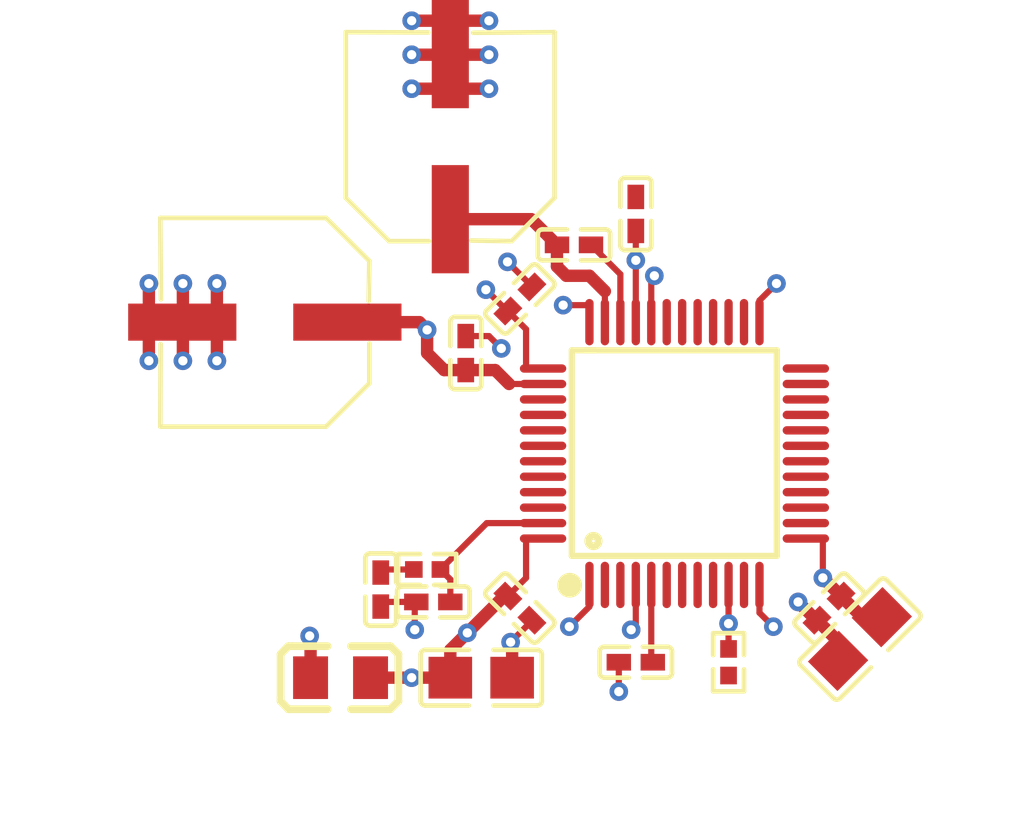
<source format=kicad_pcb>
(kicad_pcb (version 20241229) (generator "pcbnew") (generator_version "9.0")
  (layers (0 "F.Cu" signal) (2 "B.Cu" signal) (13 "F.Paste" user) (15 "B.Paste" user) (5 "F.SilkS" user "F.Silkscreen") (7 "B.SilkS" user "B.Silkscreen") (1 "F.Mask" user) (3 "B.Mask" user) (25 "Edge.Cuts" user))
  (net 0 "")
  (net 1 "ADC1LP_N")
  (net 2 "MCLKO_XO")
  (net 3 "ADC2RP_N")
  (net 4 "i2s_ins[0]-WS")
  (net 5 "i2s_ins[1]-SD")
  (net 6 "i2s_ins[0]-SCK")
  (net 7 "i2s_outs[1]-SD")
  (net 8 "OL2")
  (net 9 "ADC1RN_P")
  (net 10 "net")
  (net 11 "MCLKI_XI")
  (net 12 "OR4")
  (net 13 "nCLATCH")
  (net 14 "ADC2LN_P")
  (net 15 "ADC2RN_P")
  (net 16 "OL4")
  (net 17 "power_analog-VCC")
  (net 18 "OR3")
  (net 19 "OL3")
  (net 20 "MOSI")
  (net 21 "LF")
  (net 22 "i2s_ins[0]-SD")
  (net 23 "i2s_ins[3]-SD")
  (net 24 "OR1")
  (net 25 "ADC2LP_N")
  (net 26 "ADC1LN_P")
  (net 27 "MISO")
  (net 28 "SCLK")
  (net 29 "OR2")
  (net 30 "i2s_outs[0]-WS")
  (net 31 "i2s_outs[0]-SCK")
  (net 32 "i2s_outs[0]-SD")
  (net 33 "OL1")
  (net 34 "ADC1RP_N")
  (net 35 "i2s_ins[2]-SD")
  (net 36 "FILTR")
  (net 37 "CM")
  (net 38 "GND")
  (net 39 "power_io-VCC")
  (net 40 "nPD_nRST")
  (footprint "Samsung_Electro_Mechanics_CL05B104KO5NNNC:C0402" (layer "F.Cu") (at -3.25 -6.75 0)
    (property "Reference" "C12" (hide yes))
    (property "Value" "100nF ±10% 16V X7R")
    (fp_line (start 1.02 -0.5) (end 0.23 -0.5) (stroke (width 0.15)) (layer "F.SilkS"))
    (fp_line (start 0.23 0.5) (end 1.02 0.5) (stroke (width 0.15)) (layer "F.SilkS"))
    (fp_line (start 1.17 0.35) (end 1.17 -0.35) (stroke (width 0.15)) (layer "F.SilkS"))
    (fp_line (start -1.02 -0.5) (end -0.23 -0.5) (stroke (width 0.15)) (layer "F.SilkS"))
    (fp_line (start -0.23 0.5) (end -1.02 0.5) (stroke (width 0.15)) (layer "F.SilkS"))
    (fp_line (start -1.17 0.35) (end -1.17 -0.35) (stroke (width 0.15)) (layer "F.SilkS"))
    (fp_arc (start 1.17 0.35) (mid 1.1260660171779822 0.456066017177982) (end 1.02 0.4999999999999999) (stroke (width 0.15)) (layer "F.SilkS"))
    (fp_arc (start 1.02 -0.5) (mid 1.1260660171779822 -0.4560660171779821) (end 1.17 -0.35) (stroke (width 0.15)) (layer "F.SilkS"))
    (fp_arc (start -1.17 0.35) (mid -1.1260660171779822 0.456066017177982) (end -1.02 0.4999999999999999) (stroke (width 0.15)) (layer "F.SilkS"))
    (fp_arc (start -1.02 -0.5) (mid -1.1260660171779822 -0.4560660171779821) (end -1.17 -0.35) (stroke (width 0.15)) (layer "F.SilkS"))
    (pad "2" smd rect (at 0.55 0 0) (size 0.79 0.54) (layers "F.Cu" "F.Paste" "F.Mask") (net 38 "GND"))
    (pad "1" smd rect (at -0.55 0 0) (size 0.79 0.54) (layers "F.Cu" "F.Paste" "F.Mask") (net 36 "FILTR"))
  )
  (footprint "Samsung_Electro_Mechanics_CL05B104KO5NNNC:C0402" (layer "F.Cu") (at -1.25 6.75 180)
    (property "Reference" "C3" (hide yes))
    (property "Value" "100nF ±10% 16V X7R")
    (fp_line (start 1.02 -0.5) (end 0.23 -0.5) (stroke (width 0.15)) (layer "F.SilkS"))
    (fp_line (start 0.23 0.5) (end 1.02 0.5) (stroke (width 0.15)) (layer "F.SilkS"))
    (fp_line (start 1.17 0.35) (end 1.17 -0.35) (stroke (width 0.15)) (layer "F.SilkS"))
    (fp_line (start -1.02 -0.5) (end -0.23 -0.5) (stroke (width 0.15)) (layer "F.SilkS"))
    (fp_line (start -0.23 0.5) (end -1.02 0.5) (stroke (width 0.15)) (layer "F.SilkS"))
    (fp_line (start -1.17 0.35) (end -1.17 -0.35) (stroke (width 0.15)) (layer "F.SilkS"))
    (fp_arc (start 1.17 0.35) (mid 1.1260660171779822 0.456066017177982) (end 1.02 0.4999999999999999) (stroke (width 0.15)) (layer "F.SilkS"))
    (fp_arc (start 1.02 -0.5) (mid 1.1260660171779822 -0.4560660171779821) (end 1.17 -0.35) (stroke (width 0.15)) (layer "F.SilkS"))
    (fp_arc (start -1.17 0.35) (mid -1.1260660171779822 0.456066017177982) (end -1.02 0.4999999999999999) (stroke (width 0.15)) (layer "F.SilkS"))
    (fp_arc (start -1.02 -0.5) (mid -1.1260660171779822 -0.4560660171779821) (end -1.17 -0.35) (stroke (width 0.15)) (layer "F.SilkS"))
    (pad "2" smd rect (at 0.55 0 180) (size 0.79 0.54) (layers "F.Cu" "F.Paste" "F.Mask") (net 38 "GND"))
    (pad "1" smd rect (at -0.55 0 180) (size 0.79 0.54) (layers "F.Cu" "F.Paste" "F.Mask") (net 17 "power_analog-VCC"))
  )
  (footprint "Samsung_Electro_Mechanics_CL21A106KAYNNNE:C0805" (layer "F.Cu") (at 6 6 -135)
    (property "Reference" "C11" (hide yes))
    (property "Value" "10µF ±10% 25V X5R")
    (fp_line (start 1.81 -0.9) (end 0.4 -0.9) (stroke (width 0.15)) (layer "F.SilkS"))
    (fp_line (start 0.4 0.9) (end 1.81 0.9) (stroke (width 0.15)) (layer "F.SilkS"))
    (fp_line (start 1.96 0.75) (end 1.96 -0.75) (stroke (width 0.15)) (layer "F.SilkS"))
    (fp_line (start -1.81 -0.9) (end -0.4 -0.9) (stroke (width 0.15)) (layer "F.SilkS"))
    (fp_line (start -0.4 0.9) (end -1.81 0.9) (stroke (width 0.15)) (layer "F.SilkS"))
    (fp_line (start -1.96 0.75) (end -1.96 -0.75) (stroke (width 0.15)) (layer "F.SilkS"))
    (fp_arc (start 1.96 0.75) (mid 1.9160660171779822 0.856066017177982) (end 1.81 0.8999999999999999) (stroke (width 0.15)) (layer "F.SilkS"))
    (fp_arc (start 1.81 -0.9) (mid 1.9160660171779822 -0.8560660171779821) (end 1.96 -0.75) (stroke (width 0.15)) (layer "F.SilkS"))
    (fp_arc (start -1.96 0.75) (mid -1.9160660171779822 0.856066017177982) (end -1.81 0.8999999999999999) (stroke (width 0.15)) (layer "F.SilkS"))
    (fp_arc (start -1.81 -0.9) (mid -1.9160660171779822 -0.8560660171779821) (end -1.96 -0.75) (stroke (width 0.15)) (layer "F.SilkS"))
    (pad "2" smd rect (at 1 0 -135) (size 1.41 1.35) (layers "F.Cu" "F.Paste" "F.Mask") (net 38 "GND"))
    (pad "1" smd rect (at -1 0 -135) (size 1.41 1.35) (layers "F.Cu" "F.Paste" "F.Mask") (net 39 "power_io-VCC"))
  )
  (footprint "Samsung_Electro_Mechanics_CL05B104KO5NNNC:C0402" (layer "F.Cu") (at -6.75 -3.25 90)
    (property "Reference" "C8" (hide yes))
    (property "Value" "100nF ±10% 16V X7R")
    (fp_line (start 1.02 -0.5) (end 0.23 -0.5) (stroke (width 0.15)) (layer "F.SilkS"))
    (fp_line (start 0.23 0.5) (end 1.02 0.5) (stroke (width 0.15)) (layer "F.SilkS"))
    (fp_line (start 1.17 0.35) (end 1.17 -0.35) (stroke (width 0.15)) (layer "F.SilkS"))
    (fp_line (start -1.02 -0.5) (end -0.23 -0.5) (stroke (width 0.15)) (layer "F.SilkS"))
    (fp_line (start -0.23 0.5) (end -1.02 0.5) (stroke (width 0.15)) (layer "F.SilkS"))
    (fp_line (start -1.17 0.35) (end -1.17 -0.35) (stroke (width 0.15)) (layer "F.SilkS"))
    (fp_arc (start 1.17 0.35) (mid 1.1260660171779822 0.456066017177982) (end 1.02 0.4999999999999999) (stroke (width 0.15)) (layer "F.SilkS"))
    (fp_arc (start 1.02 -0.5) (mid 1.1260660171779822 -0.4560660171779821) (end 1.17 -0.35) (stroke (width 0.15)) (layer "F.SilkS"))
    (fp_arc (start -1.17 0.35) (mid -1.1260660171779822 0.456066017177982) (end -1.02 0.4999999999999999) (stroke (width 0.15)) (layer "F.SilkS"))
    (fp_arc (start -1.02 -0.5) (mid -1.1260660171779822 -0.4560660171779821) (end -1.17 -0.35) (stroke (width 0.15)) (layer "F.SilkS"))
    (pad "2" smd rect (at 0.55 0 90) (size 0.79 0.54) (layers "F.Cu" "F.Paste" "F.Mask") (net 38 "GND"))
    (pad "1" smd rect (at -0.55 0 90) (size 0.79 0.54) (layers "F.Cu" "F.Paste" "F.Mask") (net 37 "CM"))
  )
  (footprint "FH_VHF201209H10NJT:L0805" (layer "F.Cu") (at -10.8 7.25 0)
    (property "Reference" "L1" (hide yes))
    (property "Value" "10nH ±5% 300mA 300mΩ")
    (fp_line (start -0.42 -1.02) (end -1.56 -1.02) (stroke (width 0.25)) (layer "F.SilkS"))
    (fp_line (start -1.56 -1.02) (end -1.69 -1.02) (stroke (width 0.25)) (layer "F.SilkS"))
    (fp_line (start -1.69 -1.02) (end -1.94 -0.76) (stroke (width 0.25)) (layer "F.SilkS"))
    (fp_line (start -1.94 -0.76) (end -1.94 0.64) (stroke (width 0.25)) (layer "F.SilkS"))
    (fp_line (start -1.94 0.64) (end -1.94 0.76) (stroke (width 0.25)) (layer "F.SilkS"))
    (fp_line (start -1.94 0.76) (end -1.69 1.02) (stroke (width 0.25)) (layer "F.SilkS"))
    (fp_line (start -1.69 1.02) (end -0.42 1.02) (stroke (width 0.25)) (layer "F.SilkS"))
    (fp_line (start 0.34 1.02) (end 1.48 1.02) (stroke (width 0.25)) (layer "F.SilkS"))
    (fp_line (start 1.48 1.02) (end 1.61 1.02) (stroke (width 0.25)) (layer "F.SilkS"))
    (fp_line (start 1.61 1.02) (end 1.87 0.76) (stroke (width 0.25)) (layer "F.SilkS"))
    (fp_line (start 1.87 0.76) (end 1.87 -0.63) (stroke (width 0.25)) (layer "F.SilkS"))
    (fp_line (start 1.87 -0.63) (end 1.87 -0.76) (stroke (width 0.25)) (layer "F.SilkS"))
    (fp_line (start 1.87 -0.76) (end 1.61 -1.02) (stroke (width 0.25)) (layer "F.SilkS"))
    (fp_line (start 1.61 -1.02) (end 0.34 -1.02) (stroke (width 0.25)) (layer "F.SilkS"))
    (pad "1" smd rect (at -0.97 0 0) (size 1.13 1.38) (layers "F.Cu" "F.Paste" "F.Mask") (net 39 "power_io-VCC"))
    (pad "2" smd rect (at 0.97 0 0) (size 1.13 1.38) (layers "F.Cu" "F.Paste" "F.Mask") (net 17 "power_analog-VCC"))
  )
  (footprint "Analog_Devices_AD1938WBSTZ_RL:LQFP-48_L7.0-W7.0-P0.50-LS9.0-BL" (layer "F.Cu") (at 0 0 0)
    (property "Reference" "U1" (hide yes))
    (property "Value" "")
    (fp_line (start -2.89 -3.34) (end 3.31 -3.34) (stroke (width 0.2)) (layer "F.SilkS"))
    (fp_line (start 3.31 -3.34) (end 3.31 3.31) (stroke (width 0.2)) (layer "F.SilkS"))
    (fp_line (start 3.31 3.31) (end -3.32 3.31) (stroke (width 0.2)) (layer "F.SilkS"))
    (fp_line (start -3.32 3.31) (end -3.32 -3.34) (stroke (width 0.2)) (layer "F.SilkS"))
    (fp_line (start -3.32 -3.34) (end -2.56 -3.34) (stroke (width 0.2)) (layer "F.SilkS"))
    (fp_arc (start -3.38 4.06) (mid -3.3949882924959445 4.460187704262712) (end -3.390026543879748 4.059750157814238) (stroke (width 0.4)) (layer "F.SilkS"))
    (fp_circle (center -2.62 2.83) (end -2.45 2.83) (stroke (width 0.25)) (fill no) (layer "F.SilkS"))
    (pad "1" smd oval (at -2.75 4.25 0) (size 0.27 1.5) (layers "F.Cu" "F.Paste" "F.Mask") (net 38 "GND"))
    (pad "2" smd oval (at -2.25 4.25 0) (size 0.27 1.5) (layers "F.Cu" "F.Paste" "F.Mask") (net 11 "MCLKI_XI"))
    (pad "3" smd oval (at -1.75 4.25 0) (size 0.27 1.5) (layers "F.Cu" "F.Paste" "F.Mask") (net 2 "MCLKO_XO"))
    (pad "4" smd oval (at -1.25 4.25 0) (size 0.27 1.5) (layers "F.Cu" "F.Paste" "F.Mask") (net 38 "GND"))
    (pad "5" smd oval (at -0.75 4.25 0) (size 0.27 1.5) (layers "F.Cu" "F.Paste" "F.Mask") (net 17 "power_analog-VCC"))
    (pad "6" smd oval (at -0.25 4.25 0) (size 0.27 1.5) (layers "F.Cu" "F.Paste" "F.Mask") (net 19 "OL3"))
    (pad "7" smd oval (at 0.25 4.25 0) (size 0.27 1.5) (layers "F.Cu" "F.Paste" "F.Mask") (net 18 "OR3"))
    (pad "8" smd oval (at 0.75 4.25 0) (size 0.27 1.5) (layers "F.Cu" "F.Paste" "F.Mask") (net 16 "OL4"))
    (pad "9" smd oval (at 1.25 4.25 0) (size 0.27 1.5) (layers "F.Cu" "F.Paste" "F.Mask") (net 12 "OR4"))
    (pad "10" smd oval (at 1.75 4.25 0) (size 0.27 1.5) (layers "F.Cu" "F.Paste" "F.Mask") (net 40 "nPD_nRST"))
    (pad "11" smd oval (at 2.25 4.25 0) (size 0.27 1.5) (layers "F.Cu" "F.Paste" "F.Mask") (net 23 "i2s_ins[3]-SD"))
    (pad "12" smd oval (at 2.75 4.25 0) (size 0.27 1.5) (layers "F.Cu" "F.Paste" "F.Mask") (net 38 "GND"))
    (pad "13" smd oval (at 4.25 2.75 0) (size 1.5 0.27) (layers "F.Cu" "F.Paste" "F.Mask") (net 39 "power_io-VCC"))
    (pad "14" smd oval (at 4.25 2.25 0) (size 1.5 0.27) (layers "F.Cu" "F.Paste" "F.Mask") (net 35 "i2s_ins[2]-SD"))
    (pad "15" smd oval (at 4.25 1.75 0) (size 1.5 0.27) (layers "F.Cu" "F.Paste" "F.Mask") (net 5 "i2s_ins[1]-SD"))
    (pad "16" smd oval (at 4.25 1.25 0) (size 1.5 0.27) (layers "F.Cu" "F.Paste" "F.Mask") (net 22 "i2s_ins[0]-SD"))
    (pad "17" smd oval (at 4.25 0.75 0) (size 1.5 0.27) (layers "F.Cu" "F.Paste" "F.Mask") (net 6 "i2s_ins[0]-SCK"))
    (pad "18" smd oval (at 4.25 0.25 0) (size 1.5 0.27) (layers "F.Cu" "F.Paste" "F.Mask") (net 4 "i2s_ins[0]-WS"))
    (pad "19" smd oval (at 4.25 -0.25 0) (size 1.5 0.27) (layers "F.Cu" "F.Paste" "F.Mask") (net 7 "i2s_outs[1]-SD"))
    (pad "20" smd oval (at 4.25 -0.75 0) (size 1.5 0.27) (layers "F.Cu" "F.Paste" "F.Mask") (net 32 "i2s_outs[0]-SD"))
    (pad "21" smd oval (at 4.25 -1.25 0) (size 1.5 0.27) (layers "F.Cu" "F.Paste" "F.Mask") (net 31 "i2s_outs[0]-SCK"))
    (pad "22" smd oval (at 4.25 -1.75 0) (size 1.5 0.27) (layers "F.Cu" "F.Paste" "F.Mask") (net 30 "i2s_outs[0]-WS"))
    (pad "23" smd oval (at 4.25 -2.25 0) (size 1.5 0.27) (layers "F.Cu" "F.Paste" "F.Mask") (net 27 "MISO"))
    (pad "24" smd oval (at 4.25 -2.75 0) (size 1.5 0.27) (layers "F.Cu" "F.Paste" "F.Mask") (net 20 "MOSI"))
    (pad "25" smd oval (at 2.75 -4.25 0) (size 0.27 1.5) (layers "F.Cu" "F.Paste" "F.Mask") (net 38 "GND"))
    (pad "26" smd oval (at 2.25 -4.25 0) (size 0.27 1.5) (layers "F.Cu" "F.Paste" "F.Mask") (net 28 "SCLK"))
    (pad "27" smd oval (at 1.75 -4.25 0) (size 0.27 1.5) (layers "F.Cu" "F.Paste" "F.Mask") (net 13 "nCLATCH"))
    (pad "28" smd oval (at 1.25 -4.25 0) (size 0.27 1.5) (layers "F.Cu" "F.Paste" "F.Mask") (net 33 "OL1"))
    (pad "29" smd oval (at 0.75 -4.25 0) (size 0.27 1.5) (layers "F.Cu" "F.Paste" "F.Mask") (net 24 "OR1"))
    (pad "30" smd oval (at 0.25 -4.25 0) (size 0.27 1.5) (layers "F.Cu" "F.Paste" "F.Mask") (net 8 "OL2"))
    (pad "31" smd oval (at -0.25 -4.25 0) (size 0.27 1.5) (layers "F.Cu" "F.Paste" "F.Mask") (net 29 "OR2"))
    (pad "32" smd oval (at -0.75 -4.25 0) (size 0.27 1.5) (layers "F.Cu" "F.Paste" "F.Mask") (net 38 "GND"))
    (pad "33" smd oval (at -1.25 -4.25 0) (size 0.27 1.5) (layers "F.Cu" "F.Paste" "F.Mask") (net 17 "power_analog-VCC"))
    (pad "34" smd oval (at -1.75 -4.25 0) (size 0.27 1.5) (layers "F.Cu" "F.Paste" "F.Mask") (net 38 "GND"))
    (pad "35" smd oval (at -2.25 -4.25 0) (size 0.27 1.5) (layers "F.Cu" "F.Paste" "F.Mask") (net 36 "FILTR"))
    (pad "36" smd oval (at -2.75 -4.25 0) (size 0.27 1.5) (layers "F.Cu" "F.Paste" "F.Mask") (net 38 "GND"))
    (pad "37" smd oval (at -4.25 -2.75 0) (size 1.5 0.27) (layers "F.Cu" "F.Paste" "F.Mask") (net 17 "power_analog-VCC"))
    (pad "38" smd oval (at -4.25 -2.25 0) (size 1.5 0.27) (layers "F.Cu" "F.Paste" "F.Mask") (net 37 "CM"))
    (pad "39" smd oval (at -4.25 -1.75 0) (size 1.5 0.27) (layers "F.Cu" "F.Paste" "F.Mask") (net 1 "ADC1LP_N"))
    (pad "40" smd oval (at -4.25 -1.25 0) (size 1.5 0.27) (layers "F.Cu" "F.Paste" "F.Mask") (net 26 "ADC1LN_P"))
    (pad "41" smd oval (at -4.25 -0.75 0) (size 1.5 0.27) (layers "F.Cu" "F.Paste" "F.Mask") (net 34 "ADC1RP_N"))
    (pad "42" smd oval (at -4.25 -0.25 0) (size 1.5 0.27) (layers "F.Cu" "F.Paste" "F.Mask") (net 9 "ADC1RN_P"))
    (pad "43" smd oval (at -4.25 0.25 0) (size 1.5 0.27) (layers "F.Cu" "F.Paste" "F.Mask") (net 25 "ADC2LP_N"))
    (pad "44" smd oval (at -4.25 0.75 0) (size 1.5 0.27) (layers "F.Cu" "F.Paste" "F.Mask") (net 14 "ADC2LN_P"))
    (pad "45" smd oval (at -4.25 1.25 0) (size 1.5 0.27) (layers "F.Cu" "F.Paste" "F.Mask") (net 3 "ADC2RP_N"))
    (pad "46" smd oval (at -4.25 1.75 0) (size 1.5 0.27) (layers "F.Cu" "F.Paste" "F.Mask") (net 15 "ADC2RN_P"))
    (pad "47" smd oval (at -4.25 2.25 0) (size 1.5 0.27) (layers "F.Cu" "F.Paste" "F.Mask") (net 21 "LF"))
    (pad "48" smd oval (at -4.25 2.75 0) (size 1.5 0.27) (layers "F.Cu" "F.Paste" "F.Mask") (net 17 "power_analog-VCC"))
  )
  (footprint "Samsung_Electro_Mechanics_CL05B104KO5NNNC:C0402" (layer "F.Cu") (at -5 5 -45)
    (property "Reference" "C4" (hide yes))
    (property "Value" "100nF ±10% 16V X7R")
    (fp_line (start 1.02 -0.5) (end 0.23 -0.5) (stroke (width 0.15)) (layer "F.SilkS"))
    (fp_line (start 0.23 0.5) (end 1.02 0.5) (stroke (width 0.15)) (layer "F.SilkS"))
    (fp_line (start 1.17 0.35) (end 1.17 -0.35) (stroke (width 0.15)) (layer "F.SilkS"))
    (fp_line (start -1.02 -0.5) (end -0.23 -0.5) (stroke (width 0.15)) (layer "F.SilkS"))
    (fp_line (start -0.23 0.5) (end -1.02 0.5) (stroke (width 0.15)) (layer "F.SilkS"))
    (fp_line (start -1.17 0.35) (end -1.17 -0.35) (stroke (width 0.15)) (layer "F.SilkS"))
    (fp_arc (start 1.17 0.35) (mid 1.1260660171779822 0.456066017177982) (end 1.02 0.4999999999999999) (stroke (width 0.15)) (layer "F.SilkS"))
    (fp_arc (start 1.02 -0.5) (mid 1.1260660171779822 -0.4560660171779821) (end 1.17 -0.35) (stroke (width 0.15)) (layer "F.SilkS"))
    (fp_arc (start -1.17 0.35) (mid -1.1260660171779822 0.456066017177982) (end -1.02 0.4999999999999999) (stroke (width 0.15)) (layer "F.SilkS"))
    (fp_arc (start -1.02 -0.5) (mid -1.1260660171779822 -0.4560660171779821) (end -1.17 -0.35) (stroke (width 0.15)) (layer "F.SilkS"))
    (pad "2" smd rect (at 0.55 0 -45) (size 0.79 0.54) (layers "F.Cu" "F.Paste" "F.Mask") (net 38 "GND"))
    (pad "1" smd rect (at -0.55 0 -45) (size 0.79 0.54) (layers "F.Cu" "F.Paste" "F.Mask") (net 17 "power_analog-VCC"))
  )
  (footprint "UNI_ROYAL_0402WGF1003TCE:R0402" (layer "F.Cu") (at 1.75 6.75 -90)
    (property "Reference" "R2" (hide yes))
    (property "Value" "100kΩ ±1% 62.5mW")
    (fp_line (start -0.23 0.5) (end -0.94 0.5) (stroke (width 0.15)) (layer "F.SilkS"))
    (fp_line (start -0.94 0.5) (end -0.94 -0.5) (stroke (width 0.15)) (layer "F.SilkS"))
    (fp_line (start -0.94 -0.5) (end -0.23 -0.5) (stroke (width 0.15)) (layer "F.SilkS"))
    (fp_line (start 0.23 0.5) (end 0.94 0.5) (stroke (width 0.15)) (layer "F.SilkS"))
    (fp_line (start 0.94 0.5) (end 0.94 -0.5) (stroke (width 0.15)) (layer "F.SilkS"))
    (fp_line (start 0.94 -0.5) (end 0.23 -0.5) (stroke (width 0.15)) (layer "F.SilkS"))
    (pad "2" smd rect (at 0.43 0 -90) (size 0.57 0.54) (layers "F.Cu" "F.Paste" "F.Mask") (net 38 "GND"))
    (pad "1" smd rect (at -0.43 0 -90) (size 0.57 0.54) (layers "F.Cu" "F.Paste" "F.Mask") (net 40 "nPD_nRST"))
  )
  (footprint "KNSCHA_RVE47UF35V67RV0167:CAP-SMD_BD6.3-L6.6-W6.6-LS7.6-FD" (layer "F.Cu") (at -13.25 -4.25 180)
    (property "Reference" "C9" (hide yes))
    (property "Value" "47µF ±20% 35V")
    (fp_line (start 3.36 0.74) (end 3.38 3.37) (stroke (width 0.15)) (layer "F.SilkS"))
    (fp_line (start 3.38 3.37) (end -1.98 3.37) (stroke (width 0.15)) (layer "F.SilkS"))
    (fp_line (start -1.98 3.37) (end -3.38 1.98) (stroke (width 0.15)) (layer "F.SilkS"))
    (fp_line (start -3.38 1.98) (end -3.36 0.68) (stroke (width 0.15)) (layer "F.SilkS"))
    (fp_line (start 3.37 -0.71) (end 3.38 -3.38) (stroke (width 0.15)) (layer "F.SilkS"))
    (fp_line (start 3.38 -3.38) (end -1.98 -3.38) (stroke (width 0.15)) (layer "F.SilkS"))
    (fp_line (start -1.98 -3.38) (end -3.38 -1.98) (stroke (width 0.15)) (layer "F.SilkS"))
    (fp_line (start -3.38 -1.98) (end -3.38 -0.69) (stroke (width 0.15)) (layer "F.SilkS"))
    (pad "1" smd rect (at -2.67 0 180) (size 3.5 1.2) (layers "F.Cu" "F.Paste" "F.Mask") (net 37 "CM"))
    (pad "2" smd rect (at 2.67 0 180) (size 3.5 1.2) (layers "F.Cu" "F.Paste" "F.Mask") (net 38 "GND"))
  )
  (footprint "Samsung_Electro_Mechanics_CL05B104KO5NNNC:C0402" (layer "F.Cu") (at 5 5 -135)
    (property "Reference" "C5" (hide yes))
    (property "Value" "100nF ±10% 16V X7R")
    (fp_line (start 1.02 -0.5) (end 0.23 -0.5) (stroke (width 0.15)) (layer "F.SilkS"))
    (fp_line (start 0.23 0.5) (end 1.02 0.5) (stroke (width 0.15)) (layer "F.SilkS"))
    (fp_line (start 1.17 0.35) (end 1.17 -0.35) (stroke (width 0.15)) (layer "F.SilkS"))
    (fp_line (start -1.02 -0.5) (end -0.23 -0.5) (stroke (width 0.15)) (layer "F.SilkS"))
    (fp_line (start -0.23 0.5) (end -1.02 0.5) (stroke (width 0.15)) (layer "F.SilkS"))
    (fp_line (start -1.17 0.35) (end -1.17 -0.35) (stroke (width 0.15)) (layer "F.SilkS"))
    (fp_arc (start 1.17 0.35) (mid 1.1260660171779822 0.456066017177982) (end 1.02 0.4999999999999999) (stroke (width 0.15)) (layer "F.SilkS"))
    (fp_arc (start 1.02 -0.5) (mid 1.1260660171779822 -0.4560660171779821) (end 1.17 -0.35) (stroke (width 0.15)) (layer "F.SilkS"))
    (fp_arc (start -1.17 0.35) (mid -1.1260660171779822 0.456066017177982) (end -1.02 0.4999999999999999) (stroke (width 0.15)) (layer "F.SilkS"))
    (fp_arc (start -1.02 -0.5) (mid -1.1260660171779822 -0.4560660171779821) (end -1.17 -0.35) (stroke (width 0.15)) (layer "F.SilkS"))
    (pad "2" smd rect (at 0.55 0 -135) (size 0.79 0.54) (layers "F.Cu" "F.Paste" "F.Mask") (net 38 "GND"))
    (pad "1" smd rect (at -0.55 0 -135) (size 0.79 0.54) (layers "F.Cu" "F.Paste" "F.Mask") (net 39 "power_io-VCC"))
  )
  (footprint "Samsung_Electro_Mechanics_CL05B104KO5NNNC:C0402" (layer "F.Cu") (at -1.25 -7.75 90)
    (property "Reference" "C2" (hide yes))
    (property "Value" "100nF ±10% 16V X7R")
    (fp_line (start 1.02 -0.5) (end 0.23 -0.5) (stroke (width 0.15)) (layer "F.SilkS"))
    (fp_line (start 0.23 0.5) (end 1.02 0.5) (stroke (width 0.15)) (layer "F.SilkS"))
    (fp_line (start 1.17 0.35) (end 1.17 -0.35) (stroke (width 0.15)) (layer "F.SilkS"))
    (fp_line (start -1.02 -0.5) (end -0.23 -0.5) (stroke (width 0.15)) (layer "F.SilkS"))
    (fp_line (start -0.23 0.5) (end -1.02 0.5) (stroke (width 0.15)) (layer "F.SilkS"))
    (fp_line (start -1.17 0.35) (end -1.17 -0.35) (stroke (width 0.15)) (layer "F.SilkS"))
    (fp_arc (start 1.17 0.35) (mid 1.1260660171779822 0.456066017177982) (end 1.02 0.4999999999999999) (stroke (width 0.15)) (layer "F.SilkS"))
    (fp_arc (start 1.02 -0.5) (mid 1.1260660171779822 -0.4560660171779821) (end 1.17 -0.35) (stroke (width 0.15)) (layer "F.SilkS"))
    (fp_arc (start -1.17 0.35) (mid -1.1260660171779822 0.456066017177982) (end -1.02 0.4999999999999999) (stroke (width 0.15)) (layer "F.SilkS"))
    (fp_arc (start -1.02 -0.5) (mid -1.1260660171779822 -0.4560660171779821) (end -1.17 -0.35) (stroke (width 0.15)) (layer "F.SilkS"))
    (pad "2" smd rect (at 0.55 0 90) (size 0.79 0.54) (layers "F.Cu" "F.Paste" "F.Mask") (net 38 "GND"))
    (pad "1" smd rect (at -0.55 0 90) (size 0.79 0.54) (layers "F.Cu" "F.Paste" "F.Mask") (net 17 "power_analog-VCC"))
  )
  (footprint "YAGEO_RC0402FR_07560RL:R0402" (layer "F.Cu") (at -8 3.75 180)
    (property "Reference" "R1" (hide yes))
    (property "Value" "560Ω ±1% 62.5mW")
    (fp_line (start -0.23 0.5) (end -0.94 0.5) (stroke (width 0.15)) (layer "F.SilkS"))
    (fp_line (start -0.94 0.5) (end -0.94 -0.5) (stroke (width 0.15)) (layer "F.SilkS"))
    (fp_line (start -0.94 -0.5) (end -0.23 -0.5) (stroke (width 0.15)) (layer "F.SilkS"))
    (fp_line (start 0.23 0.5) (end 0.94 0.5) (stroke (width 0.15)) (layer "F.SilkS"))
    (fp_line (start 0.94 0.5) (end 0.94 -0.5) (stroke (width 0.15)) (layer "F.SilkS"))
    (fp_line (start 0.94 -0.5) (end 0.23 -0.5) (stroke (width 0.15)) (layer "F.SilkS"))
    (pad "2" smd rect (at 0.43 0 180) (size 0.57 0.54) (layers "F.Cu" "F.Paste" "F.Mask") (net 10 "net"))
    (pad "1" smd rect (at -0.43 0 180) (size 0.57 0.54) (layers "F.Cu" "F.Paste" "F.Mask") (net 21 "LF"))
  )
  (footprint "Samsung_Electro_Mechanics_CL21A106KAYNNNE:C0805" (layer "F.Cu") (at -6.25 7.25 0)
    (property "Reference" "C10" (hide yes))
    (property "Value" "10µF ±10% 25V X5R")
    (fp_line (start 1.81 -0.9) (end 0.4 -0.9) (stroke (width 0.15)) (layer "F.SilkS"))
    (fp_line (start 0.4 0.9) (end 1.81 0.9) (stroke (width 0.15)) (layer "F.SilkS"))
    (fp_line (start 1.96 0.75) (end 1.96 -0.75) (stroke (width 0.15)) (layer "F.SilkS"))
    (fp_line (start -1.81 -0.9) (end -0.4 -0.9) (stroke (width 0.15)) (layer "F.SilkS"))
    (fp_line (start -0.4 0.9) (end -1.81 0.9) (stroke (width 0.15)) (layer "F.SilkS"))
    (fp_line (start -1.96 0.75) (end -1.96 -0.75) (stroke (width 0.15)) (layer "F.SilkS"))
    (fp_arc (start 1.96 0.75) (mid 1.9160660171779822 0.856066017177982) (end 1.81 0.8999999999999999) (stroke (width 0.15)) (layer "F.SilkS"))
    (fp_arc (start 1.81 -0.9) (mid 1.9160660171779822 -0.8560660171779821) (end 1.96 -0.75) (stroke (width 0.15)) (layer "F.SilkS"))
    (fp_arc (start -1.96 0.75) (mid -1.9160660171779822 0.856066017177982) (end -1.81 0.8999999999999999) (stroke (width 0.15)) (layer "F.SilkS"))
    (fp_arc (start -1.81 -0.9) (mid -1.9160660171779822 -0.8560660171779821) (end -1.96 -0.75) (stroke (width 0.15)) (layer "F.SilkS"))
    (pad "2" smd rect (at 1 0 0) (size 1.41 1.35) (layers "F.Cu" "F.Paste" "F.Mask") (net 38 "GND"))
    (pad "1" smd rect (at -1 0 0) (size 1.41 1.35) (layers "F.Cu" "F.Paste" "F.Mask") (net 17 "power_analog-VCC"))
  )
  (footprint "Samsung_Electro_Mechanics_CL05B391KB5NNNC:C0402" (layer "F.Cu") (at -7.8 4.8 180)
    (property "Reference" "C7" (hide yes))
    (property "Value" "390pF ±10% 50V X7R")
    (fp_line (start 1.02 -0.5) (end 0.23 -0.5) (stroke (width 0.15)) (layer "F.SilkS"))
    (fp_line (start 0.23 0.5) (end 1.02 0.5) (stroke (width 0.15)) (layer "F.SilkS"))
    (fp_line (start 1.17 0.35) (end 1.17 -0.35) (stroke (width 0.15)) (layer "F.SilkS"))
    (fp_line (start -1.02 -0.5) (end -0.23 -0.5) (stroke (width 0.15)) (layer "F.SilkS"))
    (fp_line (start -0.23 0.5) (end -1.02 0.5) (stroke (width 0.15)) (layer "F.SilkS"))
    (fp_line (start -1.17 0.35) (end -1.17 -0.35) (stroke (width 0.15)) (layer "F.SilkS"))
    (fp_arc (start 1.17 0.35) (mid 1.1260660171779822 0.456066017177982) (end 1.02 0.4999999999999999) (stroke (width 0.15)) (layer "F.SilkS"))
    (fp_arc (start 1.02 -0.5) (mid 1.1260660171779822 -0.4560660171779821) (end 1.17 -0.35) (stroke (width 0.15)) (layer "F.SilkS"))
    (fp_arc (start -1.17 0.35) (mid -1.1260660171779822 0.456066017177982) (end -1.02 0.4999999999999999) (stroke (width 0.15)) (layer "F.SilkS"))
    (fp_arc (start -1.02 -0.5) (mid -1.1260660171779822 -0.4560660171779821) (end -1.17 -0.35) (stroke (width 0.15)) (layer "F.SilkS"))
    (pad "2" smd rect (at 0.55 0 180) (size 0.79 0.54) (layers "F.Cu" "F.Paste" "F.Mask") (net 38 "GND"))
    (pad "1" smd rect (at -0.55 0 180) (size 0.79 0.54) (layers "F.Cu" "F.Paste" "F.Mask") (net 21 "LF"))
  )
  (footprint "Samsung_Electro_Mechanics_CL05B104KO5NNNC:C0402" (layer "F.Cu") (at -5 -5 45)
    (property "Reference" "C1" (hide yes))
    (property "Value" "100nF ±10% 16V X7R")
    (fp_line (start 1.02 -0.5) (end 0.23 -0.5) (stroke (width 0.15)) (layer "F.SilkS"))
    (fp_line (start 0.23 0.5) (end 1.02 0.5) (stroke (width 0.15)) (layer "F.SilkS"))
    (fp_line (start 1.17 0.35) (end 1.17 -0.35) (stroke (width 0.15)) (layer "F.SilkS"))
    (fp_line (start -1.02 -0.5) (end -0.23 -0.5) (stroke (width 0.15)) (layer "F.SilkS"))
    (fp_line (start -0.23 0.5) (end -1.02 0.5) (stroke (width 0.15)) (layer "F.SilkS"))
    (fp_line (start -1.17 0.35) (end -1.17 -0.35) (stroke (width 0.15)) (layer "F.SilkS"))
    (fp_arc (start 1.17 0.35) (mid 1.1260660171779822 0.456066017177982) (end 1.02 0.4999999999999999) (stroke (width 0.15)) (layer "F.SilkS"))
    (fp_arc (start 1.02 -0.5) (mid 1.1260660171779822 -0.4560660171779821) (end 1.17 -0.35) (stroke (width 0.15)) (layer "F.SilkS"))
    (fp_arc (start -1.17 0.35) (mid -1.1260660171779822 0.456066017177982) (end -1.02 0.4999999999999999) (stroke (width 0.15)) (layer "F.SilkS"))
    (fp_arc (start -1.02 -0.5) (mid -1.1260660171779822 -0.4560660171779821) (end -1.17 -0.35) (stroke (width 0.15)) (layer "F.SilkS"))
    (pad "2" smd rect (at 0.55 0 45) (size 0.79 0.54) (layers "F.Cu" "F.Paste" "F.Mask") (net 38 "GND"))
    (pad "1" smd rect (at -0.55 0 45) (size 0.79 0.54) (layers "F.Cu" "F.Paste" "F.Mask") (net 17 "power_analog-VCC"))
  )
  (footprint "KNSCHA_RVE47UF35V67RV0167:CAP-SMD_BD6.3-L6.6-W6.6-LS7.6-FD" (layer "F.Cu") (at -7.25 -10.25 90)
    (property "Reference" "C13" (hide yes))
    (property "Value" "47µF ±20% 35V")
    (fp_line (start 3.36 0.74) (end 3.38 3.37) (stroke (width 0.15)) (layer "F.SilkS"))
    (fp_line (start 3.38 3.37) (end -1.98 3.37) (stroke (width 0.15)) (layer "F.SilkS"))
    (fp_line (start -1.98 3.37) (end -3.38 1.98) (stroke (width 0.15)) (layer "F.SilkS"))
    (fp_line (start -3.38 1.98) (end -3.36 0.68) (stroke (width 0.15)) (layer "F.SilkS"))
    (fp_line (start 3.37 -0.71) (end 3.38 -3.38) (stroke (width 0.15)) (layer "F.SilkS"))
    (fp_line (start 3.38 -3.38) (end -1.98 -3.38) (stroke (width 0.15)) (layer "F.SilkS"))
    (fp_line (start -1.98 -3.38) (end -3.38 -1.98) (stroke (width 0.15)) (layer "F.SilkS"))
    (fp_line (start -3.38 -1.98) (end -3.38 -0.69) (stroke (width 0.15)) (layer "F.SilkS"))
    (pad "1" smd rect (at -2.67 0 90) (size 3.5 1.2) (layers "F.Cu" "F.Paste" "F.Mask") (net 36 "FILTR"))
    (pad "2" smd rect (at 2.67 0 90) (size 3.5 1.2) (layers "F.Cu" "F.Paste" "F.Mask") (net 38 "GND"))
  )
  (footprint "YAGEO_CC0402KRX7R9BB562:C0402" (layer "F.Cu") (at -9.5 4.4 -90)
    (property "Reference" "C6" (hide yes))
    (property "Value" "5.6nF ±10% 50V X7R")
    (fp_line (start 1.02 -0.5) (end 0.23 -0.5) (stroke (width 0.15)) (layer "F.SilkS"))
    (fp_line (start 0.23 0.5) (end 1.02 0.5) (stroke (width 0.15)) (layer "F.SilkS"))
    (fp_line (start 1.17 0.35) (end 1.17 -0.35) (stroke (width 0.15)) (layer "F.SilkS"))
    (fp_line (start -1.02 -0.5) (end -0.23 -0.5) (stroke (width 0.15)) (layer "F.SilkS"))
    (fp_line (start -0.23 0.5) (end -1.02 0.5) (stroke (width 0.15)) (layer "F.SilkS"))
    (fp_line (start -1.17 0.35) (end -1.17 -0.35) (stroke (width 0.15)) (layer "F.SilkS"))
    (fp_arc (start 1.17 0.35) (mid 1.1260660171779822 0.456066017177982) (end 1.02 0.4999999999999999) (stroke (width 0.15)) (layer "F.SilkS"))
    (fp_arc (start 1.02 -0.5) (mid 1.1260660171779822 -0.4560660171779821) (end 1.17 -0.35) (stroke (width 0.15)) (layer "F.SilkS"))
    (fp_arc (start -1.17 0.35) (mid -1.1260660171779822 0.456066017177982) (end -1.02 0.4999999999999999) (stroke (width 0.15)) (layer "F.SilkS"))
    (fp_arc (start -1.02 -0.5) (mid -1.1260660171779822 -0.4560660171779821) (end -1.17 -0.35) (stroke (width 0.15)) (layer "F.SilkS"))
    (pad "2" smd rect (at 0.55 0 -90) (size 0.79 0.54) (layers "F.Cu" "F.Paste" "F.Mask") (net 38 "GND"))
    (pad "1" smd rect (at -0.55 0 -90) (size 0.79 0.54) (layers "F.Cu" "F.Paste" "F.Mask") (net 10 "net"))
  )
  (via (at -8.5 7.25) (size 0.6) (drill 0.3) (layers "F.Cu" "B.Cu") (net 17))
  (via (at -1.25 -6.25) (size 0.6) (drill 0.3) (layers "F.Cu" "B.Cu") (net 17))
  (via (at -6.1 -5.3) (size 0.6) (drill 0.3) (layers "F.Cu" "B.Cu") (net 17))
  (via (at -6.7 5.8) (size 0.6) (drill 0.3) (layers "F.Cu" "B.Cu") (net 17))
  (via (at -8 -4) (size 0.6) (drill 0.3) (layers "F.Cu" "B.Cu") (net 37))
  (via (at 4 4.8) (size 0.6) (drill 0.3) (layers "F.Cu" "B.Cu") (net 38))
  (via (at -1.4 5.7) (size 0.6) (drill 0.3) (layers "F.Cu" "B.Cu") (net 38))
  (via (at -5.3 6.1) (size 0.6) (drill 0.3) (layers "F.Cu" "B.Cu") (net 38))
  (via (at -6 -11.8) (size 0.6) (drill 0.3) (layers "F.Cu" "B.Cu") (net 38))
  (via (at 3.3 -5.5) (size 0.6) (drill 0.3) (layers "F.Cu" "B.Cu") (net 38))
  (via (at -0.65 -5.75) (size 0.6) (drill 0.3) (layers "F.Cu" "B.Cu") (net 38))
  (via (at -6.000001 -12.9) (size 0.6) (drill 0.3) (layers "F.Cu" "B.Cu") (net 38))
  (via (at -8.4 5.7) (size 0.6) (drill 0.3) (layers "F.Cu" "B.Cu") (net 38))
  (via (at -14.8 -5.5) (size 0.6) (drill 0.3) (layers "F.Cu" "B.Cu") (net 38))
  (via (at -17 -5.5) (size 0.6) (drill 0.3) (layers "F.Cu" "B.Cu") (net 38))
  (via (at -1.8 7.7) (size 0.6) (drill 0.3) (layers "F.Cu" "B.Cu") (net 38))
  (via (at -15.9 -5.5) (size 0.6) (drill 0.3) (layers "F.Cu" "B.Cu") (net 38))
  (via (at -8.499999 -12.9) (size 0.6) (drill 0.3) (layers "F.Cu" "B.Cu") (net 38))
  (via (at -5.4 -6.2) (size 0.6) (drill 0.3) (layers "F.Cu" "B.Cu") (net 38))
  (via (at -6 -14) (size 0.6) (drill 0.3) (layers "F.Cu" "B.Cu") (net 38))
  (via (at 3.2 5.6) (size 0.6) (drill 0.3) (layers "F.Cu" "B.Cu") (net 38))
  (via (at -14.8 -3) (size 0.6) (drill 0.3) (layers "F.Cu" "B.Cu") (net 38))
  (via (at -8.5 -11.8) (size 0.6) (drill 0.3) (layers "F.Cu" "B.Cu") (net 38))
  (via (at -3.6 -4.8) (size 0.6) (drill 0.3) (layers "F.Cu" "B.Cu") (net 38))
  (via (at -5.6 -3.4) (size 0.6) (drill 0.3) (layers "F.Cu" "B.Cu") (net 38))
  (via (at -15.9 -3) (size 0.6) (drill 0.3) (layers "F.Cu" "B.Cu") (net 38))
  (via (at -3.4 5.6) (size 0.6) (drill 0.3) (layers "F.Cu" "B.Cu") (net 38))
  (via (at -8.5 -14) (size 0.6) (drill 0.3) (layers "F.Cu" "B.Cu") (net 38))
  (via (at -17 -3) (size 0.6) (drill 0.3) (layers "F.Cu" "B.Cu") (net 38))
  (via (at 4.8 4.022182) (size 0.6) (drill 0.3) (layers "F.Cu" "B.Cu") (net 39))
  (via (at -11.8 5.9) (size 0.6) (drill 0.3) (layers "F.Cu" "B.Cu") (net 39))
  (via (at 1.75 5.5) (size 0.6) (drill 0.3) (layers "F.Cu" "B.Cu") (net 40))
  (segment (start -9.4 3.75) (end -9.5 3.85) (width 0.2) (net 10) (layer "F.Cu"))
  (segment (start -8.43 3.75) (end -9.4 3.75) (width 0.2) (net 10) (layer "F.Cu"))
  (segment (start -0.75 4.25) (end -0.75 6.7) (width 0.2) (net 17) (layer "F.Cu"))
  (segment (start -0.75 6.7) (end -0.7 6.75) (width 0.2) (net 17) (layer "F.Cu"))
  (segment (start -6.7 5.8) (end -5.511091 4.611091) (width 0.4) (net 17) (layer "F.Cu"))
  (segment (start -4.25 -2.75) (end -4.8 -2.75) (width 0.2) (net 17) (layer "F.Cu"))
  (segment (start -5.411091 -4.611091) (end -6.1 -5.3) (width 0.2) (net 17) (layer "F.Cu"))
  (segment (start -1.25 -6.25) (end -1.25 -7.2) (width 0.2) (net 17) (layer "F.Cu"))
  (segment (start -1.25 -4.25) (end -1.25 -6.25) (width 0.2) (net 17) (layer "F.Cu"))
  (segment (start -4.8 2.75) (end -4.25 2.75) (width 0.2) (net 17) (layer "F.Cu"))
  (segment (start -4.8 -4.022182) (end -5.388909 -4.611091) (width 0.2) (net 17) (layer "F.Cu"))
  (segment (start -4.8 -2.75) (end -4.8 -4.022182) (width 0.2) (net 17) (layer "F.Cu"))
  (segment (start -8.5 7.25) (end -7.25 7.25) (width 0.4) (net 17) (layer "F.Cu"))
  (segment (start -5.511091 4.611091) (end -5.388909 4.611091) (width 0.4) (net 17) (layer "F.Cu"))
  (segment (start -9.83 7.25) (end -8.5 7.25) (width 0.4) (net 17) (layer "F.Cu"))
  (segment (start -5.388909 4.611091) (end -4.8 4.022182) (width 0.2) (net 17) (layer "F.Cu"))
  (segment (start -4.8 4.022182) (end -4.8 2.75) (width 0.2) (net 17) (layer "F.Cu"))
  (segment (start -5.388909 -4.611091) (end -5.411091 -4.611091) (width 0.2) (net 17) (layer "F.Cu"))
  (segment (start -7.25 7.25) (end -7.25 6.35) (width 0.4) (net 17) (layer "F.Cu"))
  (segment (start -7.25 6.35) (end -6.7 5.8) (width 0.4) (net 17) (layer "F.Cu"))
  (segment (start -7.57 3.75) (end -6.07 2.25) (width 0.2) (net 21) (layer "F.Cu"))
  (segment (start -6.07 2.25) (end -4.25 2.25) (width 0.2) (net 21) (layer "F.Cu"))
  (segment (start -7.25 4.07) (end -7.57 3.75) (width 0.2) (net 21) (layer "F.Cu"))
  (segment (start -7.25 4.8) (end -7.25 4.07) (width 0.2) (net 21) (layer "F.Cu"))
  (segment (start -3.5 -5.75) (end -3.8 -6.05) (width 0.4) (net 36) (layer "F.Cu"))
  (segment (start -7.25 -7.58) (end -4.63 -7.58) (width 0.4) (net 36) (layer "F.Cu"))
  (segment (start -2.25 -4.25) (end -2.25 -5.25) (width 0.2) (net 36) (layer "F.Cu"))
  (segment (start -4.63 -7.58) (end -3.8 -6.75) (width 0.4) (net 36) (layer "F.Cu"))
  (segment (start -2.25 -5.25) (end -2.75 -5.75) (width 0.4) (net 36) (layer "F.Cu"))
  (segment (start -2.75 -5.75) (end -3.5 -5.75) (width 0.4) (net 36) (layer "F.Cu"))
  (segment (start -3.8 -6.05) (end -3.8 -6.75) (width 0.4) (net 36) (layer "F.Cu"))
  (segment (start -8.25 -4.25) (end -8 -4) (width 0.4) (net 37) (layer "F.Cu"))
  (segment (start -8 -4) (end -8 -3.25) (width 0.4) (net 37) (layer "F.Cu"))
  (segment (start -8 -3.25) (end -7.45 -2.7) (width 0.4) (net 37) (layer "F.Cu"))
  (segment (start -7.45 -2.7) (end -6.75 -2.7) (width 0.4) (net 37) (layer "F.Cu"))
  (segment (start -5.35 -2.25) (end -5.8 -2.7) (width 0.4) (net 37) (layer "F.Cu"))
  (segment (start -4.25 -2.25) (end -5.35 -2.25) (width 0.2) (net 37) (layer "F.Cu"))
  (segment (start -10.58 -4.25) (end -8.25 -4.25) (width 0.4) (net 37) (layer "F.Cu"))
  (segment (start -5.8 -2.7) (end -6.75 -2.7) (width 0.4) (net 37) (layer "F.Cu"))
  (segment (start 2.75 -4.95) (end 3.3 -5.5) (width 0.2) (net 38) (layer "F.Cu"))
  (segment (start 4.611091 5.388909) (end 4.588909 5.388909) (width 0.2) (net 38) (layer "F.Cu"))
  (segment (start 2.75 5.15) (end 3.2 5.6) (width 0.2) (net 38) (layer "F.Cu"))
  (segment (start -1.75 -5.8) (end -2.7 -6.75) (width 0.2) (net 38) (layer "F.Cu"))
  (segment (start -8.5 -14) (end -7.25 -13.999999) (width 0.4) (net 38) (layer "F.Cu"))
  (segment (start -4.611091 5.411091) (end -5.3 6.1) (width 0.2) (net 38) (layer "F.Cu"))
  (segment (start -6 -3.8) (end -5.6 -3.4) (width 0.2) (net 38) (layer "F.Cu"))
  (segment (start -7.25 -11.800001) (end -7.25 -12.88) (width 0.4) (net 38) (layer "F.Cu"))
  (segment (start -2.75 4.25) (end -2.75 4.95) (width 0.2) (net 38) (layer "F.Cu"))
  (segment (start -15.9 -4.25) (end -15.92 -4.25) (width 0.4) (net 38) (layer "F.Cu"))
  (segment (start -14.8 -3) (end -14.8 -4.25) (width 0.4) (net 38) (layer "F.Cu"))
  (segment (start -7.25 -12.9) (end -7.25 -12.88) (width 0.4) (net 38) (layer "F.Cu"))
  (segment (start 5.292893 6.070711) (end 4.611091 5.388909) (width 0.4) (net 38) (layer "F.Cu"))
  (segment (start -6 -11.8) (end -7.25 -11.800001) (width 0.4) (net 38) (layer "F.Cu"))
  (segment (start -17 -3) (end -17 -4.25) (width 0.4) (net 38) (layer "F.Cu"))
  (segment (start -8.35 4.8) (end -9.35 4.8) (width 0.2) (net 38) (layer "F.Cu"))
  (segment (start -2.75 4.95) (end -3.4 5.6) (width 0.2) (net 38) (layer "F.Cu"))
  (segment (start -8.4 5.7) (end -8.4 4.85) (width 0.2) (net 38) (layer "F.Cu"))
  (segment (start -4.611091 5.388909) (end -4.611091 5.411091) (width 0.2) (net 38) (layer "F.Cu"))
  (segment (start -8.4 4.85) (end -8.35 4.8) (width 0.2) (net 38) (layer "F.Cu"))
  (segment (start -1.25 4.25) (end -1.25 5.55) (width 0.2) (net 38) (layer "F.Cu"))
  (segment (start 2.75 -4.25) (end 2.75 -4.95) (width 0.2) (net 38) (layer "F.Cu"))
  (segment (start -5.25 6.15) (end -5.3 6.1) (width 0.4) (net 38) (layer "F.Cu"))
  (segment (start 4.588909 5.388909) (end 4 4.8) (width 0.4) (net 38) (layer "F.Cu"))
  (segment (start -15.9 -3) (end -15.9 -4.25) (width 0.4) (net 38) (layer "F.Cu"))
  (segment (start -8.499999 -12.9) (end -7.25 -12.9) (width 0.4) (net 38) (layer "F.Cu"))
  (segment (start -1.8 6.75) (end -1.8 7.7) (width 0.2) (net 38) (layer "F.Cu"))
  (segment (start -1.75 -4.25) (end -1.75 -5.8) (width 0.2) (net 38) (layer "F.Cu"))
  (segment (start -17 -5.5) (end -17 -4.25) (width 0.4) (net 38) (layer "F.Cu"))
  (segment (start -9.35 4.8) (end -9.5 4.95) (width 0.2) (net 38) (layer "F.Cu"))
  (segment (start -0.75 -5.65) (end -0.65 -5.75) (width 0.2) (net 38) (layer "F.Cu"))
  (segment (start 2.75 4.25) (end 2.75 5.15) (width 0.2) (net 38) (layer "F.Cu"))
  (segment (start -2.75 -4.25) (end -2.75 -4.8) (width 0.2) (net 38) (layer "F.Cu"))
  (segment (start -6.000001 -12.9) (end -7.25 -12.9) (width 0.4) (net 38) (layer "F.Cu"))
  (segment (start -14.8 -4.25) (end -15.92 -4.25) (width 0.4) (net 38) (layer "F.Cu"))
  (segment (start -4.611091 -5.388909) (end -4.611091 -5.411091) (width 0.2) (net 38) (layer "F.Cu"))
  (segment (start -2.75 -4.8) (end -3.6 -4.8) (width 0.2) (net 38) (layer "F.Cu"))
  (segment (start -6 -14) (end -7.25 -13.999999) (width 0.4) (net 38) (layer "F.Cu"))
  (segment (start -8.5 -11.8) (end -7.25 -11.800001) (width 0.4) (net 38) (layer "F.Cu"))
  (segment (start -5.25 7.25) (end -5.25 6.15) (width 0.4) (net 38) (layer "F.Cu"))
  (segment (start -4.611091 -5.411091) (end -5.4 -6.2) (width 0.2) (net 38) (layer "F.Cu"))
  (segment (start -17 -4.25) (end -15.92 -4.25) (width 0.4) (net 38) (layer "F.Cu"))
  (segment (start -0.75 -4.25) (end -0.75 -5.65) (width 0.2) (net 38) (layer "F.Cu"))
  (segment (start -15.9 -5.5) (end -15.9 -4.25) (width 0.4) (net 38) (layer "F.Cu"))
  (segment (start 5.292893 6.707107) (end 5.292893 6.070711) (width 0.4) (net 38) (layer "F.Cu"))
  (segment (start -14.8 -5.5) (end -14.8 -4.25) (width 0.4) (net 38) (layer "F.Cu"))
  (segment (start -7.25 -13.999999) (end -7.25 -12.88) (width 0.4) (net 38) (layer "F.Cu"))
  (segment (start -6.75 -3.8) (end -6 -3.8) (width 0.2) (net 38) (layer "F.Cu"))
  (segment (start -1.25 5.55) (end -1.4 5.7) (width 0.2) (net 38) (layer "F.Cu"))
  (segment (start 5.388909 4.611091) (end 6.070711 5.292893) (width 0.4) (net 39) (layer "F.Cu"))
  (segment (start -11.77 7.25) (end -11.77 5.93) (width 0.4) (net 39) (layer "F.Cu"))
  (segment (start 6.070711 5.292893) (end 6.707107 5.292893) (width 0.4) (net 39) (layer "F.Cu"))
  (segment (start 4.8 4.022182) (end 4.8 2.75) (width 0.2) (net 39) (layer "F.Cu"))
  (segment (start 5.388909 4.611091) (end 4.8 4.022182) (width 0.4) (net 39) (layer "F.Cu"))
  (segment (start -11.77 5.93) (end -11.8 5.9) (width 0.4) (net 39) (layer "F.Cu"))
  (segment (start 4.8 2.75) (end 4.25 2.75) (width 0.2) (net 39) (layer "F.Cu"))
  (segment (start 1.75 6.32) (end 1.75 5.5) (width 0.2) (net 40) (layer "F.Cu"))
  (segment (start 1.75 4.25) (end 1.75 5.5) (width 0.2) (net 40) (layer "F.Cu"))
)
</source>
